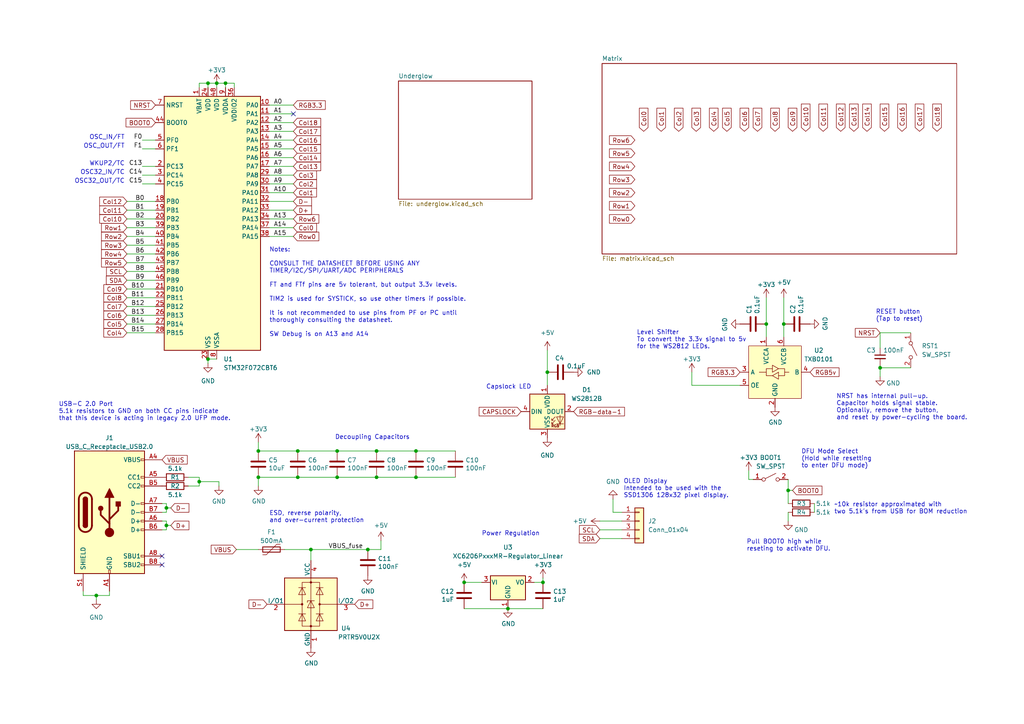
<source format=kicad_sch>
(kicad_sch (version 20231120) (generator "eeschema") (generator_version "8.0")
  (paper "A4")
  (lib_symbols
    (symbol "+5V_1" (power) (pin_names (offset 0))
      (property "Value" "+5V_1" (at 0 3.556 0))
      (symbol "+5V_1_0_1"
        (polyline (pts (xy -0.762 1.27) (xy 0 2.54)))
        (polyline (pts (xy 0 0) (xy 0 2.54)))
        (polyline (pts (xy 0 2.54) (xy 0.762 1.27)))
      )
      (symbol "+5V_1_1_1"
        (pin power_in line (at 0 0 90) (length 0) hide (name "+5V") (number "1"))
      )
    )
    (symbol "Connector:USB_C_Receptacle_USB2.0" (pin_names (offset 1.016))
      (property "Reference" "J" (at -10.16 19.05 0))
      (property "Value" "USB_C_Receptacle_USB2.0" (at 19.05 19.05 0))
      (symbol "USB_C_Receptacle_USB2.0_0_0"
        (rectangle (start -0.254 -17.78) (end 0.254 -16.764))
        (rectangle (start 10.16 -14.986) (end 9.144 -15.494))
        (rectangle (start 10.16 -12.446) (end 9.144 -12.954))
        (rectangle (start 10.16 -4.826) (end 9.144 -5.334))
        (rectangle (start 10.16 -2.286) (end 9.144 -2.794))
        (rectangle (start 10.16 0.254) (end 9.144 -0.254))
        (rectangle (start 10.16 2.794) (end 9.144 2.286))
        (rectangle (start 10.16 7.874) (end 9.144 7.366))
        (rectangle (start 10.16 10.414) (end 9.144 9.906))
        (rectangle (start 10.16 15.494) (end 9.144 14.986))
      )
      (symbol "USB_C_Receptacle_USB2.0_0_1"
        (rectangle (start -10.16 17.78) (end 10.16 -17.78) (stroke (width 0.254)) (fill (type background)))
        (arc (start -8.89 -3.81) (mid -6.985 -5.7067) (end -5.08 -3.81) (stroke (width 0.508)))
        (arc (start -7.62 -3.81) (mid -6.985 -4.4423) (end -6.35 -3.81) (stroke (width 0.254)))
        (arc (start -7.62 -3.81) (mid -6.985 -4.4423) (end -6.35 -3.81) (stroke (width 0.254)) (fill (type outline)))
        (rectangle (start -7.62 -3.81) (end -6.35 3.81) (stroke (width 0.254)) (fill (type outline)))
        (arc (start -6.35 3.81) (mid -6.985 4.4423) (end -7.62 3.81) (stroke (width 0.254)))
        (arc (start -6.35 3.81) (mid -6.985 4.4423) (end -7.62 3.81) (stroke (width 0.254)) (fill (type outline)))
        (arc (start -5.08 3.81) (mid -6.985 5.7067) (end -8.89 3.81) (stroke (width 0.508)))
        (circle (center -2.54 1.143) (radius 0.635) (stroke (width 0.254)) (fill (type outline)))
        (circle (center 0 -5.842) (radius 1.27) (fill (type outline)))
        (polyline (pts (xy -8.89 -3.81) (xy -8.89 3.81)) (stroke (width 0.508)))
        (polyline (pts (xy -5.08 3.81) (xy -5.08 -3.81)) (stroke (width 0.508)))
        (polyline (pts (xy 0 -5.842) (xy 0 4.318)) (stroke (width 0.508)))
        (polyline (pts (xy 0 -3.302) (xy -2.54 -0.762) (xy -2.54 0.508)) (stroke (width 0.508)))
        (polyline (pts (xy 0 -2.032) (xy 2.54 0.508) (xy 2.54 1.778)) (stroke (width 0.508)))
        (polyline (pts (xy -1.27 4.318) (xy 0 6.858) (xy 1.27 4.318) (xy -1.27 4.318)) (stroke (width 0.254)) (fill (type outline)))
        (rectangle (start 1.905 1.778) (end 3.175 3.048) (stroke (width 0.254)) (fill (type outline)))
      )
      (symbol "USB_C_Receptacle_USB2.0_1_1"
        (pin passive line (at 0 -22.86 90) (length 5.08) (name "GND") (number "A1"))
        (pin passive line (at 0 -22.86 90) (length 5.08) hide (name "GND") (number "A12"))
        (pin passive line (at 15.24 15.24 180) (length 5.08) (name "VBUS") (number "A4"))
        (pin bidirectional line (at 15.24 10.16 180) (length 5.08) (name "CC1") (number "A5"))
        (pin bidirectional line (at 15.24 -2.54 180) (length 5.08) (name "D+") (number "A6"))
        (pin bidirectional line (at 15.24 2.54 180) (length 5.08) (name "D-") (number "A7"))
        (pin bidirectional line (at 15.24 -12.7 180) (length 5.08) (name "SBU1") (number "A8"))
        (pin passive line (at 15.24 15.24 180) (length 5.08) hide (name "VBUS") (number "A9"))
        (pin passive line (at 0 -22.86 90) (length 5.08) hide (name "GND") (number "B1"))
        (pin passive line (at 0 -22.86 90) (length 5.08) hide (name "GND") (number "B12"))
        (pin passive line (at 15.24 15.24 180) (length 5.08) hide (name "VBUS") (number "B4"))
        (pin bidirectional line (at 15.24 7.62 180) (length 5.08) (name "CC2") (number "B5"))
        (pin bidirectional line (at 15.24 -5.08 180) (length 5.08) (name "D+") (number "B6"))
        (pin bidirectional line (at 15.24 0 180) (length 5.08) (name "D-") (number "B7"))
        (pin bidirectional line (at 15.24 -15.24 180) (length 5.08) (name "SBU2") (number "B8"))
        (pin passive line (at 15.24 15.24 180) (length 5.08) hide (name "VBUS") (number "B9"))
        (pin passive line (at -7.62 -22.86 90) (length 5.08) (name "SHIELD") (number "S1"))
      )
    )
    (symbol "Connector_Generic:Conn_01x04" (pin_names (offset 1.016) hide)
      (property "Reference" "J" (at 0 5.08 0))
      (property "Value" "Conn_01x04" (at 0 -7.62 0))
      (symbol "Conn_01x04_1_1"
        (rectangle (start -1.27 -4.953) (end 0 -5.207) (stroke (width 0.1524)))
        (rectangle (start -1.27 -2.413) (end 0 -2.667) (stroke (width 0.1524)))
        (rectangle (start -1.27 0.127) (end 0 -0.127) (stroke (width 0.1524)))
        (rectangle (start -1.27 2.667) (end 0 2.413) (stroke (width 0.1524)))
        (rectangle (start -1.27 3.81) (end 1.27 -6.35) (stroke (width 0.254)) (fill (type background)))
        (pin passive line (at -5.08 2.54 0) (length 3.81) (name "Pin_1") (number "1"))
        (pin passive line (at -5.08 0 0) (length 3.81) (name "Pin_2") (number "2"))
        (pin passive line (at -5.08 -2.54 0) (length 3.81) (name "Pin_3") (number "3"))
        (pin passive line (at -5.08 -5.08 0) (length 3.81) (name "Pin_4") (number "4"))
      )
    )
    (symbol "Device:C" (pin_numbers hide) (pin_names (offset 0.254))
      (property "Reference" "C" (at 0.635 2.54 0))
      (property "Value" "C" (at 0.635 -2.54 0))
      (symbol "C_0_1"
        (polyline (pts (xy -2.032 -0.762) (xy 2.032 -0.762)) (stroke (width 0.508)))
        (polyline (pts (xy -2.032 0.762) (xy 2.032 0.762)) (stroke (width 0.508)))
      )
      (symbol "C_1_1"
        (pin passive line (at 0 3.81 270) (length 2.794) (name "~") (number "1"))
        (pin passive line (at 0 -3.81 90) (length 2.794) (name "~") (number "2"))
      )
    )
    (symbol "Device:C_Small" (pin_numbers hide) (pin_names (offset 0.254) hide)
      (property "Reference" "C" (at 0.254 1.778 0))
      (property "Value" "C_Small" (at 0.254 -2.032 0))
      (symbol "C_Small_0_1"
        (polyline (pts (xy -1.524 -0.508) (xy 1.524 -0.508)) (stroke (width 0.3302)))
        (polyline (pts (xy -1.524 0.508) (xy 1.524 0.508)) (stroke (width 0.3048)))
      )
      (symbol "C_Small_1_1"
        (pin passive line (at 0 2.54 270) (length 2.032) (name "~") (number "1"))
        (pin passive line (at 0 -2.54 90) (length 2.032) (name "~") (number "2"))
      )
    )
    (symbol "Device:Polyfuse" (pin_numbers hide) (pin_names (offset 0))
      (property "Reference" "F" (at -2.54 0 90))
      (property "Value" "Polyfuse" (at 2.54 0 90))
      (symbol "Polyfuse_0_1"
        (rectangle (start -0.762 2.54) (end 0.762 -2.54) (stroke (width 0.254)))
        (polyline (pts (xy 0 2.54) (xy 0 -2.54)))
        (polyline (pts (xy -1.524 2.54) (xy -1.524 1.524) (xy 1.524 -1.524) (xy 1.524 -2.54)))
      )
      (symbol "Polyfuse_1_1"
        (pin passive line (at 0 3.81 270) (length 1.27) (name "~") (number "1"))
        (pin passive line (at 0 -3.81 90) (length 1.27) (name "~") (number "2"))
      )
    )
    (symbol "Device:R" (pin_numbers hide) (pin_names (offset 0))
      (property "Reference" "R" (at 2.032 0 90))
      (property "Value" "R" (at 0 0 90))
      (symbol "R_0_1"
        (rectangle (start -1.016 -2.54) (end 1.016 2.54) (stroke (width 0.254)))
      )
      (symbol "R_1_1"
        (pin passive line (at 0 3.81 270) (length 1.27) (name "~") (number "1"))
        (pin passive line (at 0 -3.81 90) (length 1.27) (name "~") (number "2"))
      )
    )
    (symbol "LED:WS2812B" (pin_names (offset 0.254))
      (property "Reference" "D" (at 5.08 5.715 0))
      (property "Value" "WS2812B" (at 1.27 -5.715 0))
      (symbol "WS2812B_0_0"
        (text "RGB" (at 2.286 -4.191 0) (effects (font (size 0.762 0.762))))
      )
      (symbol "WS2812B_0_1"
        (polyline (pts (xy 1.27 -3.556) (xy 1.778 -3.556)))
        (polyline (pts (xy 1.27 -2.54) (xy 1.778 -2.54)))
        (polyline (pts (xy 4.699 -3.556) (xy 2.667 -3.556)))
        (polyline (pts (xy 2.286 -2.54) (xy 1.27 -3.556) (xy 1.27 -3.048)))
        (polyline (pts (xy 2.286 -1.524) (xy 1.27 -2.54) (xy 1.27 -2.032)))
        (polyline (pts (xy 3.683 -1.016) (xy 3.683 -3.556) (xy 3.683 -4.064)))
        (polyline (pts (xy 4.699 -1.524) (xy 2.667 -1.524) (xy 3.683 -3.556) (xy 4.699 -1.524)))
        (rectangle (start 5.08 5.08) (end -5.08 -5.08) (stroke (width 0.254)) (fill (type background)))
      )
      (symbol "WS2812B_1_1"
        (pin power_in line (at 0 7.62 270) (length 2.54) (name "VDD") (number "1"))
        (pin output line (at 7.62 0 180) (length 2.54) (name "DOUT") (number "2"))
        (pin power_in line (at 0 -7.62 90) (length 2.54) (name "VSS") (number "3"))
        (pin input line (at -7.62 0 0) (length 2.54) (name "DIN") (number "4"))
      )
    )
    (symbol "MCU_ST_STM32F0:STM32F072CBTx"
      (property "Reference" "U" (at -12.7 39.37 0))
      (property "Value" "STM32F072CBTx" (at 10.16 39.37 0))
      (symbol "STM32F072CBTx_0_1"
        (rectangle (start -12.7 -35.56) (end 15.24 38.1) (stroke (width 0.254)) (fill (type background)))
      )
      (symbol "STM32F072CBTx_1_1"
        (pin power_in line (at -2.54 40.64 270) (length 2.54) (name "VBAT") (number "1"))
        (pin bidirectional line (at 17.78 35.56 180) (length 2.54) (name "PA0") (number "10"))
        (pin bidirectional line (at 17.78 33.02 180) (length 2.54) (name "PA1") (number "11"))
        (pin bidirectional line (at 17.78 30.48 180) (length 2.54) (name "PA2") (number "12"))
        (pin bidirectional line (at 17.78 27.94 180) (length 2.54) (name "PA3") (number "13"))
        (pin bidirectional line (at 17.78 25.4 180) (length 2.54) (name "PA4") (number "14"))
        (pin bidirectional line (at 17.78 22.86 180) (length 2.54) (name "PA5") (number "15"))
        (pin bidirectional line (at 17.78 20.32 180) (length 2.54) (name "PA6") (number "16"))
        (pin bidirectional line (at 17.78 17.78 180) (length 2.54) (name "PA7") (number "17"))
        (pin bidirectional line (at -15.24 7.62 0) (length 2.54) (name "PB0") (number "18"))
        (pin bidirectional line (at -15.24 5.08 0) (length 2.54) (name "PB1") (number "19"))
        (pin bidirectional line (at -15.24 17.78 0) (length 2.54) (name "PC13") (number "2"))
        (pin bidirectional line (at -15.24 2.54 0) (length 2.54) (name "PB2") (number "20"))
        (pin bidirectional line (at -15.24 -17.78 0) (length 2.54) (name "PB10") (number "21"))
        (pin bidirectional line (at -15.24 -20.32 0) (length 2.54) (name "PB11") (number "22"))
        (pin power_in line (at 0 -38.1 90) (length 2.54) (name "VSS") (number "23"))
        (pin power_in line (at 0 40.64 270) (length 2.54) (name "VDD") (number "24"))
        (pin bidirectional line (at -15.24 -22.86 0) (length 2.54) (name "PB12") (number "25"))
        (pin bidirectional line (at -15.24 -25.4 0) (length 2.54) (name "PB13") (number "26"))
        (pin bidirectional line (at -15.24 -27.94 0) (length 2.54) (name "PB14") (number "27"))
        (pin bidirectional line (at -15.24 -30.48 0) (length 2.54) (name "PB15") (number "28"))
        (pin bidirectional line (at 17.78 15.24 180) (length 2.54) (name "PA8") (number "29"))
        (pin bidirectional line (at -15.24 15.24 0) (length 2.54) (name "PC14") (number "3"))
        (pin bidirectional line (at 17.78 12.7 180) (length 2.54) (name "PA9") (number "30"))
        (pin bidirectional line (at 17.78 10.16 180) (length 2.54) (name "PA10") (number "31"))
        (pin bidirectional line (at 17.78 7.62 180) (length 2.54) (name "PA11") (number "32"))
        (pin bidirectional line (at 17.78 5.08 180) (length 2.54) (name "PA12") (number "33"))
        (pin bidirectional line (at 17.78 2.54 180) (length 2.54) (name "PA13") (number "34"))
        (pin passive line (at 0 -38.1 90) (length 2.54) hide (name "VSS") (number "35"))
        (pin power_in line (at 7.62 40.64 270) (length 2.54) (name "VDDIO2") (number "36"))
        (pin bidirectional line (at 17.78 0 180) (length 2.54) (name "PA14") (number "37"))
        (pin bidirectional line (at 17.78 -2.54 180) (length 2.54) (name "PA15") (number "38"))
        (pin bidirectional line (at -15.24 0 0) (length 2.54) (name "PB3") (number "39"))
        (pin bidirectional line (at -15.24 12.7 0) (length 2.54) (name "PC15") (number "4"))
        (pin bidirectional line (at -15.24 -2.54 0) (length 2.54) (name "PB4") (number "40"))
        (pin bidirectional line (at -15.24 -5.08 0) (length 2.54) (name "PB5") (number "41"))
        (pin bidirectional line (at -15.24 -7.62 0) (length 2.54) (name "PB6") (number "42"))
        (pin bidirectional line (at -15.24 -10.16 0) (length 2.54) (name "PB7") (number "43"))
        (pin input line (at -15.24 30.48 0) (length 2.54) (name "BOOT0") (number "44"))
        (pin bidirectional line (at -15.24 -12.7 0) (length 2.54) (name "PB8") (number "45"))
        (pin bidirectional line (at -15.24 -15.24 0) (length 2.54) (name "PB9") (number "46"))
        (pin passive line (at 0 -38.1 90) (length 2.54) hide (name "VSS") (number "47"))
        (pin power_in line (at 2.54 40.64 270) (length 2.54) (name "VDD") (number "48"))
        (pin bidirectional line (at -15.24 25.4 0) (length 2.54) (name "PF0") (number "5"))
        (pin bidirectional line (at -15.24 22.86 0) (length 2.54) (name "PF1") (number "6"))
        (pin input line (at -15.24 35.56 0) (length 2.54) (name "NRST") (number "7"))
        (pin power_in line (at 2.54 -38.1 90) (length 2.54) (name "VSSA") (number "8"))
        (pin power_in line (at 5.08 40.64 270) (length 2.54) (name "VDDA") (number "9"))
      )
    )
    (symbol "PCM_marbastlib-various:TXB0101"
      (property "Reference" "U" (at -6.35 11.43 0))
      (property "Value" "TXB0101" (at 3.81 11.43 0))
      (symbol "TXB0101_0_1"
        (rectangle (start -7.62 10.16) (end 7.62 -5.08) (fill (type background)))
        (polyline (pts (xy -2.54 2.54) (xy -2.54 3.556) (xy -0.762 3.556)))
        (polyline (pts (xy 2.794 2.54) (xy 2.794 1.524) (xy 1.016 1.524)))
        (polyline (pts (xy -0.762 1.524) (xy -2.54 1.524) (xy -2.54 2.54) (xy -4.572 2.54)))
        (polyline (pts (xy -0.762 2.54) (xy -0.762 4.572) (xy 1.016 3.556) (xy -0.762 2.54)))
        (polyline (pts (xy 1.016 3.556) (xy 2.794 3.556) (xy 2.794 2.54) (xy 4.064 2.54)))
        (polyline (pts (xy 1.016 2.54) (xy 1.016 0.762) (xy 1.016 0.508) (xy -0.762 1.524) (xy 1.016 2.54)))
      )
      (symbol "TXB0101_1_1"
        (pin power_in line (at -2.54 12.7 270) (length 2.54) (name "VCCA") (number "1"))
        (pin power_in line (at 0 -7.62 90) (length 2.54) (name "GND") (number "2"))
        (pin bidirectional line (at -10.16 2.54 0) (length 2.54) (name "A") (number "3"))
        (pin bidirectional line (at 10.16 2.54 180) (length 2.54) (name "B") (number "4"))
        (pin input line (at -10.16 -1.27 0) (length 2.54) (name "OE") (number "5"))
        (pin power_in line (at 2.54 12.7 270) (length 2.54) (name "VCCB") (number "6"))
      )
    )
    (symbol "Power_Protection:PRTR5V0U2X" (pin_names (offset 0))
      (property "Reference" "D" (at 2.794 8.636 0))
      (property "Value" "PRTR5V0U2X" (at 8.128 -9.398 0))
      (symbol "PRTR5V0U2X_0_1"
        (rectangle (start -7.62 -7.62) (end 7.62 7.62) (stroke (width 0.254)) (fill (type background)))
        (circle (center -2.54 0) (radius 0.254) (fill (type outline)))
        (rectangle (start -2.54 6.35) (end 2.54 -6.35))
        (circle (center 0 -6.35) (radius 0.254) (fill (type outline)))
        (polyline (pts (xy -2.54 0) (xy -7.62 0)))
        (polyline (pts (xy -1.524 -2.794) (xy -3.556 -2.794)))
        (polyline (pts (xy -1.524 4.826) (xy -3.556 4.826)))
        (polyline (pts (xy 0 -7.62) (xy 0 7.62)))
        (polyline (pts (xy 1.524 -2.794) (xy 3.556 -2.794)))
        (polyline (pts (xy 1.524 4.826) (xy 3.556 4.826)))
        (polyline (pts (xy 2.54 0) (xy 7.62 0)))
        (polyline (pts (xy 1.016 1.016) (xy -1.016 1.016) (xy -1.016 0.508)))
        (polyline (pts (xy -3.556 -4.826) (xy -1.524 -4.826) (xy -2.54 -2.794) (xy -3.556 -4.826)))
        (polyline (pts (xy -3.556 2.794) (xy -1.524 2.794) (xy -2.54 4.826) (xy -3.556 2.794)))
        (polyline (pts (xy -1.016 -1.016) (xy 1.016 -1.016) (xy 0 1.016) (xy -1.016 -1.016)))
        (polyline (pts (xy 3.556 -4.826) (xy 1.524 -4.826) (xy 2.54 -2.794) (xy 3.556 -4.826)))
        (polyline (pts (xy 3.556 2.794) (xy 1.524 2.794) (xy 2.54 4.826) (xy 3.556 2.794)))
        (circle (center 0 6.35) (radius 0.254) (fill (type outline)))
        (circle (center 2.54 0) (radius 0.254) (fill (type outline)))
      )
      (symbol "PRTR5V0U2X_1_1"
        (pin passive line (at 0 -12.7 90) (length 5.08) (name "GND") (number "1"))
        (pin passive line (at -12.7 0 0) (length 5.08) (name "I/O1") (number "2"))
        (pin passive line (at 12.7 0 180) (length 5.08) (name "I/O2") (number "3"))
        (pin passive line (at 0 12.7 270) (length 5.08) (name "VCC") (number "4"))
      )
    )
    (symbol "Switch:SW_SPST" (pin_names (offset 0) hide)
      (property "Reference" "SW" (at 0 3.175 0))
      (property "Value" "SW_SPST" (at 0 -2.54 0))
      (symbol "SW_SPST_0_0"
        (circle (center -2.032 0) (radius 0.508))
        (polyline (pts (xy -1.524 0.254) (xy 1.524 1.778)))
        (circle (center 2.032 0) (radius 0.508))
      )
      (symbol "SW_SPST_1_1"
        (pin passive line (at -5.08 0 0) (length 2.54) (name "A") (number "1"))
        (pin passive line (at 5.08 0 180) (length 2.54) (name "B") (number "2"))
      )
    )
    (symbol "kicad-keyboard-parts:XC6206PxxxMR-Regulator_Linear" (pin_names (offset 0.254))
      (property "Reference" "U" (at -3.81 3.175 0))
      (property "Value" "XC6206PxxxMR-Regulator_Linear" (at 0 3.175 0))
      (property "LCSC" "C5446" (at 0 0 0))
      (symbol "XC6206PxxxMR-Regulator_Linear_0_1"
        (rectangle (start -5.08 1.905) (end 5.08 -5.08) (stroke (width 0.254)) (fill (type background)))
      )
      (symbol "XC6206PxxxMR-Regulator_Linear_1_1"
        (pin power_in line (at 0 -7.62 90) (length 2.54) (name "GND") (number "1"))
        (pin power_out line (at 7.62 0 180) (length 2.54) (name "VO") (number "2"))
        (pin power_in line (at -7.62 0 0) (length 2.54) (name "VI") (number "3"))
      )
    )
    (symbol "power:+3V3" (power) (pin_names (offset 0))
      (property "Value" "+3V3" (at 0 3.556 0))
      (symbol "+3V3_0_1"
        (polyline (pts (xy -0.762 1.27) (xy 0 2.54)))
        (polyline (pts (xy 0 0) (xy 0 2.54)))
        (polyline (pts (xy 0 2.54) (xy 0.762 1.27)))
      )
      (symbol "+3V3_1_1"
        (pin power_in line (at 0 0 90) (length 0) hide (name "+3V3") (number "1"))
      )
    )
    (symbol "power:+5V" (power) (pin_names (offset 0))
      (property "Value" "+5V" (at 0 3.556 0))
      (symbol "+5V_0_1"
        (polyline (pts (xy -0.762 1.27) (xy 0 2.54)))
        (polyline (pts (xy 0 0) (xy 0 2.54)))
        (polyline (pts (xy 0 2.54) (xy 0.762 1.27)))
      )
      (symbol "+5V_1_1"
        (pin power_in line (at 0 0 90) (length 0) hide (name "+5V") (number "1"))
      )
    )
    (symbol "power:GND" (power) (pin_names (offset 0))
      (property "Value" "GND" (at 0 -3.81 0))
      (symbol "GND_0_1"
        (polyline (pts (xy 0 0) (xy 0 -1.27) (xy 1.27 -1.27) (xy 0 -2.54) (xy -1.27 -1.27) (xy 0 -1.27)))
      )
      (symbol "GND_1_1"
        (pin power_in line (at 0 0 270) (length 0) hide (name "GND") (number "1"))
      )
    )
  )
  (junction (at 227.33 93.98))
  (junction (at 228.6 142.24))
  (junction (at 62.865 24.13))
  (junction (at 158.75 107.95))
  (junction (at 222.25 93.98))
  (junction (at 157.48 168.91))
  (junction (at 57.785 139.7))
  (junction (at 60.325 24.13))
  (junction (at 109.22 138.43))
  (junction (at 134.62 168.91))
  (junction (at 109.22 130.81))
  (junction (at 74.93 138.43))
  (junction (at 147.32 176.53) (diameter 0.9144))
  (junction (at 255.27 106.68))
  (junction (at 74.93 130.81))
  (junction (at 60.325 104.14))
  (junction (at 97.79 138.43))
  (junction (at 86.36 138.43))
  (junction (at 120.65 138.43))
  (junction (at 120.65 130.81))
  (junction (at 90.17 159.385))
  (junction (at 97.79 130.81))
  (junction (at 106.68 159.385))
  (junction (at 48.26 152.4))
  (junction (at 27.94 172.72))
  (junction (at 48.26 147.32))
  (junction (at 86.36 130.81))
  (junction (at 65.405 24.13))
  (no_connect (at 46.99 163.83))
  (no_connect (at 46.99 161.29))
  (no_connect (at 85.09 33.02))
  (wire (pts (xy 36.83 78.74) (xy 45.085 78.74)))
  (wire (pts (xy 120.65 138.43) (xy 132.08 138.43)))
  (wire (pts (xy 46.99 153.67) (xy 48.26 153.67)))
  (wire (pts (xy 200.66 111.76) (xy 214.63 111.76)))
  (wire (pts (xy 78.105 40.64) (xy 85.09 40.64)))
  (wire (pts (xy 177.8 148.59) (xy 177.8 144.78)))
  (wire (pts (xy 36.83 93.98) (xy 45.085 93.98)))
  (wire (pts (xy 27.94 172.72) (xy 31.75 172.72)))
  (wire (pts (xy 67.945 24.13) (xy 67.945 25.4)))
  (wire (pts (xy 46.99 146.05) (xy 48.26 146.05)))
  (wire (pts (xy 78.105 53.34) (xy 85.09 53.34)))
  (wire (pts (xy 36.83 96.52) (xy 45.085 96.52)))
  (wire (pts (xy 36.83 86.36) (xy 45.085 86.36)))
  (wire (pts (xy 57.785 140.97) (xy 57.785 139.7)))
  (wire (pts (xy 222.25 86.36) (xy 222.25 93.98)))
  (wire (pts (xy 97.79 138.43) (xy 86.36 138.43)))
  (wire (pts (xy 54.61 140.97) (xy 57.785 140.97)))
  (wire (pts (xy 173.99 156.21) (xy 180.34 156.21)))
  (wire (pts (xy 78.105 48.26) (xy 85.09 48.26)))
  (wire (pts (xy 48.26 147.32) (xy 48.26 148.59)))
  (wire (pts (xy 57.785 139.7) (xy 57.785 138.43)))
  (wire (pts (xy 218.44 139.065) (xy 217.17 139.065)))
  (wire (pts (xy 27.94 173.99) (xy 27.94 172.72)))
  (wire (pts (xy 173.99 153.67) (xy 180.34 153.67)))
  (wire (pts (xy 158.75 107.95) (xy 158.75 111.76)))
  (wire (pts (xy 65.405 24.13) (xy 65.405 25.4)))
  (wire (pts (xy 78.105 35.56) (xy 85.09 35.56)))
  (wire (pts (xy 57.785 139.7) (xy 63.5 139.7)))
  (wire (pts (xy 97.79 130.81) (xy 86.36 130.81)))
  (wire (pts (xy 180.34 148.59) (xy 177.8 148.59)))
  (wire (pts (xy 65.405 24.13) (xy 67.945 24.13)))
  (wire (pts (xy 228.6 142.24) (xy 229.87 142.24)))
  (wire (pts (xy 36.83 88.9) (xy 45.085 88.9)))
  (wire (pts (xy 60.325 24.13) (xy 60.325 25.4)))
  (wire (pts (xy 54.61 138.43) (xy 57.785 138.43)))
  (wire (pts (xy 147.32 176.53) (xy 157.48 176.53)))
  (wire (pts (xy 60.325 105.41) (xy 60.325 104.14)))
  (wire (pts (xy 78.105 38.1) (xy 85.09 38.1)))
  (wire (pts (xy 255.27 109.22) (xy 255.27 106.68)))
  (wire (pts (xy 134.62 168.91) (xy 139.7 168.91)))
  (wire (pts (xy 236.22 146.05) (xy 236.22 148.59)))
  (wire (pts (xy 109.22 130.81) (xy 120.65 130.81)))
  (wire (pts (xy 78.105 63.5) (xy 85.09 63.5)))
  (wire (pts (xy 36.83 66.04) (xy 45.085 66.04)))
  (wire (pts (xy 106.68 159.385) (xy 110.49 159.385)))
  (wire (pts (xy 217.17 139.065) (xy 217.17 136.525)))
  (wire (pts (xy 227.33 93.98) (xy 227.33 97.79)))
  (wire (pts (xy 36.83 63.5) (xy 45.085 63.5)))
  (wire (pts (xy 57.785 24.13) (xy 57.785 25.4)))
  (wire (pts (xy 78.105 43.18) (xy 85.09 43.18)))
  (wire (pts (xy 36.83 81.28) (xy 45.085 81.28)))
  (wire (pts (xy 255.27 96.52) (xy 264.16 96.52)))
  (wire (pts (xy 154.94 168.91) (xy 157.48 168.91)))
  (wire (pts (xy 97.79 130.81) (xy 109.22 130.81)))
  (wire (pts (xy 78.105 45.72) (xy 85.09 45.72)))
  (wire (pts (xy 228.6 139.065) (xy 228.6 142.24)))
  (wire (pts (xy 65.405 24.13) (xy 62.865 24.13)))
  (wire (pts (xy 255.27 96.52) (xy 255.27 100.965)))
  (wire (pts (xy 78.105 55.88) (xy 85.09 55.88)))
  (wire (pts (xy 68.58 159.385) (xy 74.93 159.385)))
  (wire (pts (xy 78.105 60.96) (xy 85.09 60.96)))
  (wire (pts (xy 74.93 140.97) (xy 74.93 138.43)))
  (wire (pts (xy 173.99 151.13) (xy 180.34 151.13)))
  (wire (pts (xy 48.26 153.67) (xy 48.26 152.4)))
  (wire (pts (xy 41.275 48.26) (xy 45.085 48.26)))
  (wire (pts (xy 41.275 50.8) (xy 45.085 50.8)))
  (wire (pts (xy 46.99 151.13) (xy 48.26 151.13)))
  (wire (pts (xy 82.55 159.385) (xy 90.17 159.385)))
  (wire (pts (xy 60.325 104.14) (xy 62.865 104.14)))
  (wire (pts (xy 120.65 130.81) (xy 132.08 130.81)))
  (wire (pts (xy 74.93 128.27) (xy 74.93 130.81)))
  (wire (pts (xy 255.27 106.68) (xy 255.27 106.045)))
  (wire (pts (xy 48.26 147.32) (xy 49.53 147.32)))
  (wire (pts (xy 60.325 24.13) (xy 62.865 24.13)))
  (wire (pts (xy 255.27 106.68) (xy 264.16 106.68)))
  (wire (pts (xy 158.75 101.6) (xy 158.75 107.95)))
  (wire (pts (xy 228.6 148.59) (xy 228.6 151.13)))
  (wire (pts (xy 41.275 40.64) (xy 45.085 40.64)))
  (wire (pts (xy 36.83 71.12) (xy 45.085 71.12)))
  (wire (pts (xy 24.13 172.72) (xy 27.94 172.72)))
  (wire (pts (xy 110.49 156.845) (xy 110.49 159.385)))
  (wire (pts (xy 57.785 24.13) (xy 60.325 24.13)))
  (wire (pts (xy 228.6 142.24) (xy 228.6 146.05)))
  (wire (pts (xy 46.99 148.59) (xy 48.26 148.59)))
  (wire (pts (xy 200.66 111.76) (xy 200.66 107.95)))
  (wire (pts (xy 36.83 76.2) (xy 45.085 76.2)))
  (wire (pts (xy 24.13 171.45) (xy 24.13 172.72)))
  (wire (pts (xy 48.26 151.13) (xy 48.26 152.4)))
  (wire (pts (xy 78.105 50.8) (xy 85.09 50.8)))
  (wire (pts (xy 78.105 33.02) (xy 85.09 33.02)))
  (wire (pts (xy 36.83 73.66) (xy 45.085 73.66)))
  (wire (pts (xy 78.105 66.04) (xy 85.09 66.04)))
  (wire (pts (xy 36.83 60.96) (xy 45.085 60.96)))
  (wire (pts (xy 48.26 152.4) (xy 49.53 152.4)))
  (wire (pts (xy 86.36 138.43) (xy 74.93 138.43)))
  (wire (pts (xy 157.48 167.64) (xy 157.48 168.91)))
  (wire (pts (xy 63.5 139.7) (xy 63.5 140.97)))
  (wire (pts (xy 36.83 91.44) (xy 45.085 91.44)))
  (wire (pts (xy 31.75 172.72) (xy 31.75 171.45)))
  (wire (pts (xy 222.25 93.98) (xy 222.25 97.79)))
  (wire (pts (xy 78.105 58.42) (xy 85.09 58.42)))
  (wire (pts (xy 90.17 159.385) (xy 90.17 162.56)))
  (wire (pts (xy 41.275 43.18) (xy 45.085 43.18)))
  (wire (pts (xy 36.83 58.42) (xy 45.085 58.42)))
  (wire (pts (xy 147.32 176.53) (xy 134.62 176.53)))
  (wire (pts (xy 227.33 86.36) (xy 227.33 93.98)))
  (wire (pts (xy 90.17 159.385) (xy 106.68 159.385)))
  (wire (pts (xy 78.105 30.48) (xy 85.09 30.48)))
  (wire (pts (xy 36.83 83.82) (xy 45.085 83.82)))
  (wire (pts (xy 78.105 68.58) (xy 85.09 68.58)))
  (wire (pts (xy 62.865 24.13) (xy 62.865 25.4)))
  (wire (pts (xy 86.36 130.81) (xy 74.93 130.81)))
  (wire (pts (xy 48.26 146.05) (xy 48.26 147.32)))
  (wire (pts (xy 97.79 138.43) (xy 109.22 138.43)))
  (wire (pts (xy 109.22 138.43) (xy 120.65 138.43)))
  (wire (pts (xy 36.83 68.58) (xy 45.085 68.58)))
  (wire (pts (xy 41.275 53.34) (xy 45.085 53.34)))
  (text "Notes:\n\nCONSULT THE DATASHEET BEFORE USING ANY \nTIMER/I2C/SPI/UART/ADC PERIPHERALS\n\nFT and FTf pins are 5v tolerant, but output 3.3v levels.\n\nTIM2 is used for SYSTICK, so use other timers if possible.\n\nIt is not recommended to use pins from PF or PC until\nthoroughly consulting the datasheet.\n\nSW Debug is on A13 and A14" (at 78.105 97.79 0) (effects (font (size 1.27 1.27)) (justify left bottom)))
  (text "NRST has internal pull-up.\nCapacitor holds signal stable.\nOptionally, remove the button,\nand reset by power-cycling the board." (at 242.57 121.92 0) (effects (font (size 1.27 1.27)) (justify left bottom)))
  (text "OLED Display\nIntended to be used with the \nSSD1306 128x32 pixel display." (at 180.848 144.526 0) (effects (font (size 1.27 1.27)) (justify left bottom)))
  (text "Decoupling Capacitors" (at 97.155 127.635 0) (effects (font (size 1.27 1.27)) (justify left bottom)))
  (text "~10k resistor approximated with\ntwo 5.1k's from USB for BOM reduction" (at 241.935 149.225 0) (effects (font (size 1.27 1.27)) (justify left bottom)))
  (text "USB-C 2.0 Port\n5.1k resistors to GND on both CC pins indicate\nthat this device is acting in legacy 2.0 UFP mode." (at 17.018 122.174 0) (effects (font (size 1.27 1.27)) (justify left bottom)))
  (text "OSC_IN/FT" (at 36.195 40.64 0) (effects (font (size 1.27 1.27)) (justify right bottom)))
  (text "DFU Mode Select\n(Hold while resetting\nto enter DFU mode)" (at 232.41 135.89 0) (effects (font (size 1.27 1.27)) (justify left bottom)))
  (text "WKUP2/TC" (at 36.195 48.26 0) (effects (font (size 1.27 1.27)) (justify right bottom)))
  (text "RESET button\n(Tap to reset)" (at 254 93.345 0) (effects (font (size 1.27 1.27)) (justify left bottom)))
  (text "Pull BOOT0 high while \nreseting to activate DFU." (at 216.535 160.02 0) (effects (font (size 1.27 1.27)) (justify left bottom)))
  (text "OSC32_OUT/TC" (at 36.195 53.34 0) (effects (font (size 1.27 1.27)) (justify right bottom)))
  (text "OSC32_IN/TC" (at 36.195 50.8 0) (effects (font (size 1.27 1.27)) (justify right bottom)))
  (text "Capslock LED" (at 140.97 113.03 0) (effects (font (size 1.27 1.27)) (justify left bottom)))
  (text "Level Shifter\nTo convert the 3.3v signal to 5v\nfor the WS2812 LEDs." (at 184.658 101.346 0) (effects (font (size 1.27 1.27)) (justify left bottom)))
  (text "Power Regulation" (at 139.7 155.575 0) (effects (font (size 1.27 1.27)) (justify left bottom)))
  (text "OSC_OUT/FT" (at 36.195 43.18 0) (effects (font (size 1.27 1.27)) (justify right bottom)))
  (text "ESD, reverse polarity,\nand over-current protection" (at 78.105 151.765 0) (effects (font (size 1.27 1.27)) (justify left bottom)))
  (label "A1" (at 79.375 33.02 0))
  (label "A3" (at 79.375 38.1 0))
  (label "A13" (at 79.375 63.5 0))
  (label "A10" (at 79.375 55.88 0))
  (label "B7" (at 41.91 76.2 180))
  (label "B13" (at 41.91 91.44 180))
  (label "A6" (at 79.375 45.72 0))
  (label "B1" (at 41.91 60.96 180))
  (label "B9" (at 41.91 81.28 180))
  (label "B5" (at 41.91 71.12 180))
  (label "B14" (at 41.91 93.98 180))
  (label "A8" (at 79.375 50.8 0))
  (label "B0" (at 41.91 58.42 180))
  (label "A9" (at 79.375 53.34 0))
  (label "VBUS_fuse" (at 95.25 159.385 0))
  (label "A2" (at 79.375 35.56 0))
  (label "B8" (at 41.91 78.74 180))
  (label "A4" (at 79.375 40.64 0))
  (label "B12" (at 41.91 88.9 180))
  (label "B4" (at 41.91 68.58 180))
  (label "C14" (at 41.275 50.8 180))
  (label "B6" (at 41.91 73.66 180))
  (label "B15" (at 41.91 96.52 180))
  (label "A14" (at 79.375 66.04 0))
  (label "B10" (at 41.91 83.82 180))
  (label "B11" (at 41.91 86.36 180))
  (label "C15" (at 41.275 53.34 180))
  (label "B3" (at 41.91 66.04 180))
  (label "A0" (at 79.375 30.48 0))
  (label "B2" (at 41.91 63.5 180))
  (label "F1" (at 41.275 43.18 180))
  (label "A5" (at 79.375 43.18 0))
  (label "A7" (at 79.375 48.26 0))
  (label "C13" (at 41.275 48.26 180))
  (label "F0" (at 41.275 40.64 180))
  (label "A15" (at 79.375 68.58 0))
  (global_label "Col14" (shape input) (at 251.46 38.1 90) (property "Intersheetrefs" "${INTERSHEET_REFS}" (effects (hide yes))))
  (global_label "Col13" (shape input) (at 85.09 48.26 0) (property "Intersheetrefs" "${INTERSHEET_REFS}" (effects (hide yes))))
  (global_label "Col6" (shape input) (at 215.9 38.1 90) (property "Intersheetrefs" "${INTERSHEET_REFS}" (effects (hide yes))))
  (global_label "Col14" (shape input) (at 85.09 45.72 0) (property "Intersheetrefs" "${INTERSHEET_REFS}" (effects (hide yes))))
  (global_label "Col4" (shape input) (at 207.01 38.1 90) (property "Intersheetrefs" "${INTERSHEET_REFS}" (effects (hide yes))))
  (global_label "Row0" (shape input) (at 85.09 68.58 0) (property "Intersheetrefs" "${INTERSHEET_REFS}" (effects (hide yes))))
  (global_label "Row5" (shape input) (at 36.83 76.2 180) (property "Intersheetrefs" "${INTERSHEET_REFS}" (effects (hide yes))))
  (global_label "Col9" (shape input) (at 229.87 38.1 90) (property "Intersheetrefs" "${INTERSHEET_REFS}" (effects (hide yes))))
  (global_label "Col7" (shape input) (at 36.83 88.9 180) (property "Intersheetrefs" "${INTERSHEET_REFS}" (effects (hide yes))))
  (global_label "Col15" (shape input) (at 85.09 43.18 0) (property "Intersheetrefs" "${INTERSHEET_REFS}" (effects (hide yes))))
  (global_label "CAPSLOCK" (shape input) (at 151.13 119.38 180) (property "Intersheetrefs" "${INTERSHEET_REFS}" (effects (hide yes))))
  (global_label "Col9" (shape input) (at 36.83 83.82 180) (property "Intersheetrefs" "${INTERSHEET_REFS}" (effects (hide yes))))
  (global_label "RGB-data-1" (shape input) (at 166.37 119.38 0) (property "Intersheetrefs" "${INTERSHEET_REFS}" (effects (hide yes))))
  (global_label "SDA" (shape input) (at 36.83 81.28 180) (property "Intersheetrefs" "${INTERSHEET_REFS}" (effects (hide yes))))
  (global_label "Row6" (shape input) (at 184.15 40.64 180) (property "Intersheetrefs" "${INTERSHEET_REFS}" (effects (hide yes))))
  (global_label "Col5" (shape input) (at 36.83 93.98 180) (property "Intersheetrefs" "${INTERSHEET_REFS}" (effects (hide yes))))
  (global_label "VBUS" (shape input) (at 68.58 159.385 180) (property "Intersheetrefs" "${INTERSHEET_REFS}" (effects (hide yes))))
  (global_label "Col13" (shape input) (at 247.65 38.1 90) (property "Intersheetrefs" "${INTERSHEET_REFS}" (effects (hide yes))))
  (global_label "Col17" (shape input) (at 266.7 38.1 90) (property "Intersheetrefs" "${INTERSHEET_REFS}" (effects (hide yes))))
  (global_label "Row5" (shape input) (at 184.15 44.45 180) (property "Intersheetrefs" "${INTERSHEET_REFS}" (effects (hide yes))))
  (global_label "Col10" (shape input) (at 36.83 63.5 180) (property "Intersheetrefs" "${INTERSHEET_REFS}" (effects (hide yes))))
  (global_label "Row1" (shape input) (at 36.83 66.04 180) (property "Intersheetrefs" "${INTERSHEET_REFS}" (effects (hide yes))))
  (global_label "Col7" (shape input) (at 219.71 38.1 90) (property "Intersheetrefs" "${INTERSHEET_REFS}" (effects (hide yes))))
  (global_label "D-" (shape input) (at 85.09 58.42 0) (property "Intersheetrefs" "${INTERSHEET_REFS}" (effects (hide yes))))
  (global_label "Col2" (shape input) (at 85.09 53.34 0) (property "Intersheetrefs" "${INTERSHEET_REFS}" (effects (hide yes))))
  (global_label "Col5" (shape input) (at 210.82 38.1 90) (property "Intersheetrefs" "${INTERSHEET_REFS}" (effects (hide yes))))
  (global_label "Col0" (shape input) (at 186.69 38.1 90) (property "Intersheetrefs" "${INTERSHEET_REFS}" (effects (hide yes))))
  (global_label "Col2" (shape input) (at 196.85 38.1 90) (property "Intersheetrefs" "${INTERSHEET_REFS}" (effects (hide yes))))
  (global_label "Col3" (shape input) (at 85.09 50.8 0) (property "Intersheetrefs" "${INTERSHEET_REFS}" (effects (hide yes))))
  (global_label "D-" (shape input) (at 77.47 175.26 180) (property "Intersheetrefs" "${INTERSHEET_REFS}" (effects (hide yes))))
  (global_label "Col1" (shape input) (at 85.09 55.88 0) (property "Intersheetrefs" "${INTERSHEET_REFS}" (effects (hide yes))))
  (global_label "Col3" (shape input) (at 201.93 38.1 90) (property "Intersheetrefs" "${INTERSHEET_REFS}" (effects (hide yes))))
  (global_label "Col11" (shape input) (at 36.83 60.96 180) (property "Intersheetrefs" "${INTERSHEET_REFS}" (effects (hide yes))))
  (global_label "BOOT0" (shape input) (at 45.085 35.56 180) (property "Intersheetrefs" "${INTERSHEET_REFS}" (effects (hide yes))))
  (global_label "D+" (shape input) (at 85.09 60.96 0) (property "Intersheetrefs" "${INTERSHEET_REFS}" (effects (hide yes))))
  (global_label "Row0" (shape input) (at 184.15 63.5 180) (property "Intersheetrefs" "${INTERSHEET_REFS}" (effects (hide yes))))
  (global_label "Col0" (shape input) (at 85.09 66.04 0) (property "Intersheetrefs" "${INTERSHEET_REFS}" (effects (hide yes))))
  (global_label "RGB5v" (shape input) (at 234.95 107.95 0) (property "Intersheetrefs" "${INTERSHEET_REFS}" (effects (hide yes))))
  (global_label "Col18" (shape input) (at 271.78 38.1 90) (property "Intersheetrefs" "${INTERSHEET_REFS}" (effects (hide yes))))
  (global_label "D+" (shape input) (at 102.87 175.26 0) (property "Intersheetrefs" "${INTERSHEET_REFS}" (effects (hide yes))))
  (global_label "Row2" (shape input) (at 184.15 55.88 180) (property "Intersheetrefs" "${INTERSHEET_REFS}" (effects (hide yes))))
  (global_label "SCL" (shape input) (at 36.83 78.74 180) (property "Intersheetrefs" "${INTERSHEET_REFS}" (effects (hide yes))))
  (global_label "Col10" (shape input) (at 233.68 38.1 90) (property "Intersheetrefs" "${INTERSHEET_REFS}" (effects (hide yes))))
  (global_label "D-" (shape input) (at 49.53 147.32 0) (property "Intersheetrefs" "${INTERSHEET_REFS}" (effects (hide yes))))
  (global_label "RGB3.3" (shape input) (at 85.09 30.48 0) (property "Intersheetrefs" "${INTERSHEET_REFS}" (effects (hide yes))))
  (global_label "Col16" (shape input) (at 85.09 40.64 0) (property "Intersheetrefs" "${INTERSHEET_REFS}" (effects (hide yes))))
  (global_label "SCL" (shape input) (at 173.99 153.67 180) (property "Intersheetrefs" "${INTERSHEET_REFS}" (effects (hide yes))))
  (global_label "Col11" (shape input) (at 238.76 38.1 90) (property "Intersheetrefs" "${INTERSHEET_REFS}" (effects (hide yes))))
  (global_label "Row6" (shape input) (at 85.09 63.5 0) (property "Intersheetrefs" "${INTERSHEET_REFS}" (effects (hide yes))))
  (global_label "Col1" (shape input) (at 191.77 38.1 90) (property "Intersheetrefs" "${INTERSHEET_REFS}" (effects (hide yes))))
  (global_label "Col4" (shape input) (at 36.83 96.52 180) (property "Intersheetrefs" "${INTERSHEET_REFS}" (effects (hide yes))))
  (global_label "Col16" (shape input) (at 261.62 38.1 90) (property "Intersheetrefs" "${INTERSHEET_REFS}" (effects (hide yes))))
  (global_label "Row3" (shape input) (at 184.15 52.07 180) (property "Intersheetrefs" "${INTERSHEET_REFS}" (effects (hide yes))))
  (global_label "Col17" (shape input) (at 85.09 38.1 0) (property "Intersheetrefs" "${INTERSHEET_REFS}" (effects (hide yes))))
  (global_label "SDA" (shape input) (at 173.99 156.21 180) (property "Intersheetrefs" "${INTERSHEET_REFS}" (effects (hide yes))))
  (global_label "Col18" (shape input) (at 85.09 35.56 0) (property "Intersheetrefs" "${INTERSHEET_REFS}" (effects (hide yes))))
  (global_label "Col15" (shape input) (at 256.54 38.1 90) (property "Intersheetrefs" "${INTERSHEET_REFS}" (effects (hide yes))))
  (global_label "Row4" (shape input) (at 36.83 73.66 180) (property "Intersheetrefs" "${INTERSHEET_REFS}" (effects (hide yes))))
  (global_label "Row2" (shape input) (at 36.83 68.58 180) (property "Intersheetrefs" "${INTERSHEET_REFS}" (effects (hide yes))))
  (global_label "NRST" (shape input) (at 255.27 96.52 180) (property "Intersheetrefs" "${INTERSHEET_REFS}" (effects (hide yes))))
  (global_label "NRST" (shape input) (at 45.085 30.48 180) (property "Intersheetrefs" "${INTERSHEET_REFS}" (effects (hide yes))))
  (global_label "BOOT0" (shape input) (at 229.87 142.24 0) (property "Intersheetrefs" "${INTERSHEET_REFS}" (effects (hide yes))))
  (global_label "Row4" (shape input) (at 184.15 48.26 180) (property "Intersheetrefs" "${INTERSHEET_REFS}" (effects (hide yes))))
  (global_label "Col6" (shape input) (at 36.83 91.44 180) (property "Intersheetrefs" "${INTERSHEET_REFS}" (effects (hide yes))))
  (global_label "Col12" (shape input) (at 243.84 38.1 90) (property "Intersheetrefs" "${INTERSHEET_REFS}" (effects (hide yes))))
  (global_label "Col8" (shape input) (at 36.83 86.36 180) (property "Intersheetrefs" "${INTERSHEET_REFS}" (effects (hide yes))))
  (global_label "Row3" (shape input) (at 36.83 71.12 180) (property "Intersheetrefs" "${INTERSHEET_REFS}" (effects (hide yes))))
  (global_label "Row1" (shape input) (at 184.15 59.69 180) (property "Intersheetrefs" "${INTERSHEET_REFS}" (effects (hide yes))))
  (global_label "D+" (shape input) (at 49.53 152.4 0) (property "Intersheetrefs" "${INTERSHEET_REFS}" (effects (hide yes))))
  (global_label "RGB3.3" (shape input) (at 214.63 107.95 180) (property "Intersheetrefs" "${INTERSHEET_REFS}" (effects (hide yes))))
  (global_label "VBUS" (shape input) (at 46.99 133.35 0) (property "Intersheetrefs" "${INTERSHEET_REFS}" (effects (hide yes))))
  (global_label "Col12" (shape input) (at 36.83 58.42 180) (property "Intersheetrefs" "${INTERSHEET_REFS}" (effects (hide yes))))
  (global_label "Col8" (shape input) (at 224.79 38.1 90) (property "Intersheetrefs" "${INTERSHEET_REFS}" (effects (hide yes))))
  (symbol (lib_id "Connector:USB_C_Receptacle_USB2.0") (at 31.75 148.59 0) (unit 1)
    (property "Reference" "J1" (at 31.75 127 0))
    (property "Value" "USB_C_Receptacle_USB2.0" (at 31.75 129.54 0))
    (property "Footprint" "PCM_marbastlib-various:USB_C_Receptacle_HRO_TYPE-C-31-M-12" (effects (hide yes)))
    (property "Datasheet" "https://www.usb.org/sites/default/files/documents/usb_type-c.zip" (effects (hide yes)))
    (property "JlcRotOffset" "180" (effects (hide yes)))
    (property "JlcPosOffset" "0,1.5" (effects (hide yes)))
  )
  (symbol (lib_id "power:+3V3") (at 62.865 24.13 0) (unit 1)
    (property "Reference" "#PWR01" (effects (hide yes)))
    (property "Value" "+3V3" (at 62.865 20.32 0))
  )
  (symbol (lib_id "Device:R") (at 232.41 146.05 90) (unit 1)
    (property "Reference" "R3" (at 232.41 146.05 90))
    (property "Value" "5.1k" (at 238.76 146.05 90))
    (property "Footprint" "Resistor_SMD:R_0402_1005Metric" (effects (hide yes)))
  )
  (symbol (lib_id "Device:C") (at 106.68 163.195 0) (unit 1)
    (property "Reference" "C11" (at 109.601 162.0266 0) (effects (justify left)))
    (property "Value" "100nF" (at 109.601 164.338 0) (effects (justify left)))
    (property "Footprint" "Capacitor_SMD:C_0402_1005Metric" (effects (hide yes)))
    (property "LCSC" "C307331" (effects (hide yes)))
  )
  (symbol (lib_id "Device:C") (at 218.44 93.98 90) (unit 1)
    (property "Reference" "C1" (at 217.2716 91.059 0) (effects (justify left)))
    (property "Value" "0.1uF" (at 219.583 91.059 0) (effects (justify left)))
    (property "Footprint" "Capacitor_SMD:C_0402_1005Metric" (effects (hide yes)))
    (property "LCSC" "C307331" (effects (hide yes)))
  )
  (symbol (lib_id "Device:Polyfuse") (at 78.74 159.385 90) (unit 1)
    (property "Reference" "F1" (at 78.74 154.305 90))
    (property "Value" "500mA" (at 78.74 156.845 90))
    (property "Footprint" "Fuse:Fuse_1206_3216Metric" (effects (hide yes)))
    (property "LCSC" "C135341" (effects (hide yes)))
  )
  (symbol (lib_id "power:GND") (at 60.325 105.41 0) (unit 1)
    (property "Reference" "#PWR07" (effects (hide yes)))
    (property "Value" "GND" (at 60.325 110.49 0))
  )
  (symbol (lib_id "power:GND") (at 63.5 140.97 0) (unit 1)
    (property "Reference" "#PWR015" (effects (hide yes)))
    (property "Value" "GND" (at 63.5 145.415 0))
  )
  (symbol (lib_id "power:GND") (at 74.93 140.97 0) (unit 1)
    (property "Reference" "#PWR016" (effects (hide yes)))
    (property "Value" "GND" (at 75.057 145.3642 0))
  )
  (symbol (lib_id "MCU_ST_STM32F0:STM32F072CBTx") (at 60.325 66.04 0) (unit 1)
    (property "Reference" "U1" (at 64.8209 104.14 0) (effects (justify left)))
    (property "Value" "STM32F072CBT6" (at 64.8209 106.68 0) (effects (justify left)))
    (property "Footprint" "Package_QFP:LQFP-48_7x7mm_P0.5mm" (effects (hide yes)))
    (property "Datasheet" "https://www.st.com/resource/en/datasheet/stm32f072cb.pdf" (effects (hide yes)))
    (property "JlcRotOffset" "90" (effects (hide yes)))
  )
  (symbol (lib_id "Device:C") (at 120.65 134.62 0) (unit 1)
    (property "Reference" "C9" (at 123.571 133.4516 0) (effects (justify left)))
    (property "Value" "100nF" (at 123.571 135.763 0) (effects (justify left)))
    (property "Footprint" "Capacitor_SMD:C_0402_1005Metric" (effects (hide yes)))
    (property "LCSC" "C307331" (effects (hide yes)))
  )
  (symbol (lib_id "power:+3V3") (at 74.93 128.27 0) (unit 1)
    (property "Reference" "#PWR013" (effects (hide yes)))
    (property "Value" "+3V3" (at 74.93 124.46 0))
  )
  (symbol (lib_id "power:GND") (at 166.37 107.95 90) (unit 1)
    (property "Reference" "#PWR08" (effects (hide yes)))
    (property "Value" "GND" (at 170.18 107.9499 90) (effects (justify right)))
    (property "Description" "Power symbol creates a global label with name \"GND\" , ground" (effects (hide yes)))
  )
  (symbol (lib_name "+5V_1") (lib_id "power:+5V") (at 173.99 151.13 90) (unit 1)
    (property "Reference" "#PWR018" (effects (hide yes)))
    (property "Value" "+5V" (at 170.18 151.1299 90) (effects (justify left)))
  )
  (symbol (lib_id "power:GND") (at 158.75 127 0) (unit 1)
    (property "Reference" "#PWR012" (effects (hide yes)))
    (property "Value" "GND" (at 158.75 132.08 0))
    (property "Description" "Power symbol creates a global label with name \"GND\" , ground" (effects (hide yes)))
  )
  (symbol (lib_id "power:GND") (at 27.94 173.99 0) (unit 1)
    (property "Reference" "#PWR024" (effects (hide yes)))
    (property "Value" "GND" (at 27.94 179.07 0))
  )
  (symbol (lib_id "Device:C") (at 157.48 172.72 0) (unit 1)
    (property "Reference" "C13" (at 160.401 171.5516 0) (effects (justify left)))
    (property "Value" "1uF" (at 160.401 173.863 0) (effects (justify left)))
    (property "Footprint" "Capacitor_SMD:C_0402_1005Metric" (effects (hide yes)))
    (property "LCSC" "C307331" (effects (hide yes)))
  )
  (symbol (lib_id "Connector_Generic:Conn_01x04") (at 185.42 151.13 0) (unit 1)
    (property "Reference" "J2" (at 187.96 151.1299 0) (effects (justify left)))
    (property "Value" "Conn_01x04" (at 187.96 153.6699 0) (effects (justify left)))
    (property "Footprint" "KiCad-SSD1306-0.91-OLED-4pin-128x32.pretty-master:SSD1306-0.91-OLED-4pin-128x32" (effects (hide yes)))
    (property "Description" "Generic connector, single row, 01x04, script generated (kicad-library-utils/schlib/autogen/connector/)" (effects (hide yes)))
  )
  (symbol (lib_id "power:GND") (at 234.95 93.98 90) (unit 1)
    (property "Reference" "#PWR05" (effects (hide yes)))
    (property "Value" "GND" (at 239.3442 93.853 0))
  )
  (symbol (lib_id "power:+5V") (at 158.75 101.6 0) (unit 1)
    (property "Reference" "#PWR06" (effects (hide yes)))
    (property "Value" "+5V" (at 158.75 96.52 0))
    (property "Description" "Power symbol creates a global label with name \"+5V\"" (effects (hide yes)))
  )
  (symbol (lib_id "kicad-keyboard-parts:XC6206PxxxMR-Regulator_Linear") (at 147.32 168.91 0) (unit 1)
    (property "Reference" "U3" (at 147.32 158.75 0))
    (property "Value" "XC6206PxxxMR-Regulator_Linear" (at 147.32 161.29 0))
    (property "Footprint" "Package_TO_SOT_SMD:SOT-23" (effects (hide yes)))
    (property "Datasheet" "https://www.torexsemi.com/file/xc6206/XC6206.pdf" (effects (hide yes)))
    (property "LCSC" "C5446" (effects (hide yes)))
  )
  (symbol (lib_id "LED:WS2812B") (at 158.75 119.38 0) (unit 1)
    (property "Reference" "D1" (at 170.18 113.0614 0))
    (property "Value" "WS2812B" (at 170.18 115.6014 0))
    (property "Footprint" "LED_SMD:LED_WS2812B_PLCC4_5.0x5.0mm_P3.2mm" (effects (hide yes)))
    (property "Datasheet" "https://cdn-shop.adafruit.com/datasheets/WS2812B.pdf" (effects (hide yes)))
    (property "Description" "RGB LED with integrated controller" (effects (hide yes)))
  )
  (symbol (lib_id "power:GND") (at 228.6 151.13 0) (unit 1)
    (property "Reference" "#PWR019" (effects (hide yes)))
    (property "Value" "GND" (at 232.41 153.67 0))
  )
  (symbol (lib_id "power:+3V3") (at 217.17 136.525 0) (mirror y) (unit 1)
    (property "Reference" "#PWR014" (effects (hide yes)))
    (property "Value" "+3V3" (at 217.17 132.715 0))
  )
  (symbol (lib_id "power:+3V3") (at 157.48 167.64 0) (unit 1)
    (property "Reference" "#PWR022" (effects (hide yes)))
    (property "Value" "+3V3" (at 157.48 163.83 0))
  )
  (symbol (lib_name "+5V_1") (lib_id "power:+5V") (at 110.49 156.845 0) (unit 1)
    (property "Reference" "#PWR020" (effects (hide yes)))
    (property "Value" "+5V" (at 110.49 152.4 0))
  )
  (symbol (lib_id "Device:R") (at 50.8 138.43 270) (unit 1)
    (property "Reference" "R1" (at 50.8 138.43 90))
    (property "Value" "5.1k" (at 50.8 135.89 90))
    (property "Footprint" "Resistor_SMD:R_0402_1005Metric" (effects (hide yes)))
  )
  (symbol (lib_id "power:GND") (at 106.68 167.005 0) (unit 1)
    (property "Reference" "#PWR021" (effects (hide yes)))
    (property "Value" "GND" (at 106.68 171.45 0))
  )
  (symbol (lib_id "Device:C") (at 162.56 107.95 90) (unit 1)
    (property "Reference" "C4" (at 162.306 103.886 90))
    (property "Value" "0.1uF" (at 167.132 106.172 90))
    (property "Footprint" "Capacitor_SMD:C_0402_1005Metric" (effects (hide yes)))
    (property "Description" "Unpolarized capacitor" (effects (hide yes)))
  )
  (symbol (lib_id "power:GND") (at 147.32 176.53 0) (unit 1)
    (property "Reference" "#PWR025" (effects (hide yes)))
    (property "Value" "GND" (at 147.447 180.9242 0))
  )
  (symbol (lib_id "PCM_marbastlib-various:TXB0101") (at 224.79 110.49 0) (unit 1)
    (property "Reference" "U2" (at 237.49 101.6314 0))
    (property "Value" "TXB0101" (at 237.49 104.1714 0))
    (property "Footprint" "Package_TO_SOT_SMD:SOT-363_SC-70-6_Handsoldering" (effects (hide yes)))
    (property "Datasheet" "https://datasheet.lcsc.com/szlcsc/Texas-Instruments-TI-TXB0101DCKR_C324081.pdf" (effects (hide yes)))
    (property "Description" "1-Bit Bidirectional Voltage-Level Translator" (effects (hide yes)))
    (property "LCSC" "C324081" (effects (hide yes)))
  )
  (symbol (lib_id "power:+3V3") (at 200.66 107.95 0) (unit 1)
    (property "Reference" "#PWR09" (effects (hide yes)))
    (property "Value" "+3V3" (at 200.66 104.14 0))
  )
  (symbol (lib_id "Device:C") (at 231.14 93.98 90) (unit 1)
    (property "Reference" "C2" (at 229.9716 91.059 0) (effects (justify left)))
    (property "Value" "0.1uF" (at 232.283 91.059 0) (effects (justify left)))
    (property "Footprint" "Capacitor_SMD:C_0402_1005Metric" (effects (hide yes)))
    (property "LCSC" "C307331" (effects (hide yes)))
  )
  (symbol (lib_id "power:+5V") (at 134.62 168.91 0) (unit 1)
    (property "Reference" "#PWR023" (effects (hide yes)))
    (property "Value" "+5V" (at 134.62 163.83 0))
  )
  (symbol (lib_id "Switch:SW_SPST") (at 223.52 139.065 0) (unit 1)
    (property "Reference" "BOOT1" (at 223.52 132.715 0))
    (property "Value" "SW_SPST" (at 223.52 135.255 0))
    (property "Footprint" "Button_Switch_SMD:SW_SPST_TL3342" (effects (hide yes)))
  )
  (symbol (lib_id "Device:C") (at 97.79 134.62 0) (unit 1)
    (property "Reference" "C7" (at 100.711 133.4516 0) (effects (justify left)))
    (property "Value" "100nF" (at 100.711 135.763 0) (effects (justify left)))
    (property "Footprint" "Capacitor_SMD:C_0402_1005Metric" (effects (hide yes)))
    (property "LCSC" "C307331" (effects (hide yes)))
  )
  (symbol (lib_name "+5V_1") (lib_id "power:+5V") (at 227.33 86.36 0) (unit 1)
    (property "Reference" "#PWR03" (effects (hide yes)))
    (property "Value" "+5V" (at 227.33 81.915 0))
  )
  (symbol (lib_id "power:GND") (at 177.8 144.78 180) (unit 1)
    (property "Reference" "#PWR017" (effects (hide yes)))
    (property "Value" "GND" (at 177.8 139.7 0))
  )
  (symbol (lib_id "power:GND") (at 255.27 109.22 0) (mirror y) (unit 1)
    (property "Reference" "#PWR010" (effects (hide yes)))
    (property "Value" "GND" (at 259.08 111.125 0))
  )
  (symbol (lib_id "Device:C") (at 86.36 134.62 0) (unit 1)
    (property "Reference" "C6" (at 89.281 133.4516 0) (effects (justify left)))
    (property "Value" "100nF" (at 89.281 135.763 0) (effects (justify left)))
    (property "Footprint" "Capacitor_SMD:C_0402_1005Metric" (effects (hide yes)))
    (property "LCSC" "C307331" (effects (hide yes)))
  )
  (symbol (lib_id "power:GND") (at 214.63 93.98 270) (unit 1)
    (property "Reference" "#PWR04" (effects (hide yes)))
    (property "Value" "GND" (at 210.2358 94.107 0))
  )
  (symbol (lib_id "Device:C") (at 109.22 134.62 0) (unit 1)
    (property "Reference" "C8" (at 112.141 133.4516 0) (effects (justify left)))
    (property "Value" "100nF" (at 112.141 135.763 0) (effects (justify left)))
    (property "Footprint" "Capacitor_SMD:C_0402_1005Metric" (effects (hide yes)))
    (property "LCSC" "C307331" (effects (hide yes)))
  )
  (symbol (lib_id "Device:C") (at 134.62 172.72 0) (mirror y) (unit 1)
    (property "Reference" "C12" (at 131.699 171.5516 0) (effects (justify left)))
    (property "Value" "1uF" (at 131.699 173.863 0) (effects (justify left)))
    (property "Footprint" "Capacitor_SMD:C_0402_1005Metric" (effects (hide yes)))
    (property "LCSC" "C307331" (effects (hide yes)))
  )
  (symbol (lib_id "Power_Protection:PRTR5V0U2X") (at 90.17 175.26 0) (unit 1)
    (property "Reference" "U4" (at 100.33 182.245 0))
    (property "Value" "PRTR5V0U2X" (at 104.14 184.785 0))
    (property "Footprint" "Package_TO_SOT_SMD:SOT-143" (effects (hide yes)))
    (property "Datasheet" "https://assets.nexperia.com/documents/data-sheet/PRTR5V0U2X.pdf" (effects (hide yes)))
    (property "LCSC" "C2827688" (effects (hide yes)))
    (property "JlcRotOffset" "90" (effects (hide yes)))
  )
  (symbol (lib_id "Device:C") (at 74.93 134.62 0) (unit 1)
    (property "Reference" "C5" (at 77.851 133.4516 0) (effects (justify left)))
    (property "Value" "10uF" (at 77.851 135.763 0) (effects (justify left)))
    (property "Footprint" "Capacitor_SMD:C_0603_1608Metric" (effects (hide yes)))
    (property "LCSC" "C307331" (effects (hide yes)))
  )
  (symbol (lib_id "power:GND") (at 90.17 187.96 0) (unit 1)
    (property "Reference" "#PWR026" (effects (hide yes)))
    (property "Value" "GND" (at 90.297 192.3542 0))
  )
  (symbol (lib_id "power:GND") (at 224.79 118.11 0) (unit 1)
    (property "Reference" "#PWR011" (effects (hide yes)))
    (property "Value" "GND" (at 224.917 122.5042 0))
  )
  (symbol (lib_id "Device:R") (at 232.41 148.59 270) (mirror x) (unit 1)
    (property "Reference" "R4" (at 232.41 148.59 90))
    (property "Value" "5.1k" (at 238.76 148.59 90))
    (property "Footprint" "Resistor_SMD:R_0402_1005Metric" (effects (hide yes)))
  )
  (symbol (lib_id "Switch:SW_SPST") (at 264.16 101.6 270) (unit 1)
    (property "Reference" "RST1" (at 267.335 100.33 90) (effects (justify left)))
    (property "Value" "SW_SPST" (at 267.335 102.87 90) (effects (justify left)))
    (property "Footprint" "Button_Switch_SMD:SW_SPST_TL3342" (effects (hide yes)))
  )
  (symbol (lib_id "power:+3V3") (at 222.25 86.36 0) (unit 1)
    (property "Reference" "#PWR02" (effects (hide yes)))
    (property "Value" "+3V3" (at 222.25 82.55 0))
  )
  (symbol (lib_id "Device:C_Small") (at 255.27 103.505 0) (mirror y) (unit 1)
    (property "Reference" "C3" (at 254 101.6 0) (effects (justify left)))
    (property "Value" "100nF" (at 262.255 101.6 0) (effects (justify left)))
    (property "Footprint" "Capacitor_SMD:C_0402_1005Metric" (effects (hide yes)))
    (property "LCSC" "C307331" (effects (hide yes)))
  )
  (symbol (lib_id "Device:R") (at 50.8 140.97 90) (unit 1)
    (property "Reference" "R2" (at 50.8 140.97 90))
    (property "Value" "5.1k" (at 50.8 143.51 90))
    (property "Footprint" "Resistor_SMD:R_0402_1005Metric" (effects (hide yes)))
  )
  (symbol (lib_id "Device:C") (at 132.08 134.62 0) (unit 1)
    (property "Reference" "C10" (at 135.001 133.4516 0) (effects (justify left)))
    (property "Value" "100nF" (at 135.001 135.763 0) (effects (justify left)))
    (property "Footprint" "Capacitor_SMD:C_0402_1005Metric" (effects (hide yes)))
    (property "LCSC" "C307331" (effects (hide yes)))
  )
  (sheet (at 115.57 23.495) (size 38.735 34.29) (stroke (width 0.1524))
    (property "Sheetname" "Underglow" (at 115.57 22.7834 0) (effects (justify left bottom)))
    (property "Sheetfile" "underglow.kicad_sch" (at 115.57 58.3696 0) (effects (justify left top)))
  )
  (sheet (at 174.625 18.415) (size 102.87 55.245) (stroke (width 0.1524))
    (property "Sheetname" "Matrix" (at 174.625 17.7034 0) (effects (justify left bottom)))
    (property "Sheetfile" "matrix.kicad_sch" (at 174.625 74.2446 0) (effects (justify left top)))
  )
)
</source>
